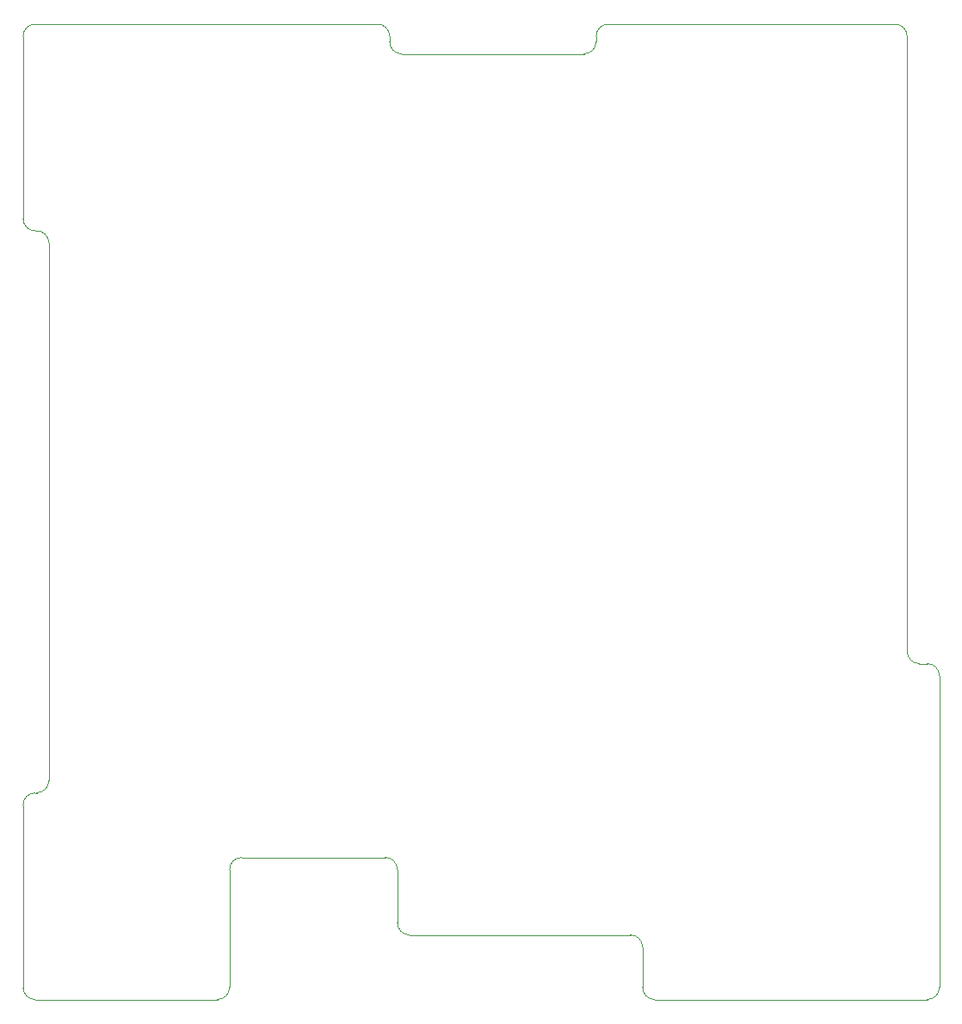
<source format=gbr>
%TF.GenerationSoftware,Altium Limited,Altium Designer,24.0.1 (36)*%
G04 Layer_Color=0*
%FSLAX45Y45*%
%MOMM*%
%TF.SameCoordinates,BC388B4F-315D-4572-B472-8F8CFEE0C7CC*%
%TF.FilePolarity,Positive*%
%TF.FileFunction,Profile,NP*%
%TF.Part,Single*%
G01*
G75*
%TA.AperFunction,Profile*%
%ADD87C,0.02540*%
D87*
X119348Y235D02*
G03*
X119583Y0I235J0D01*
G01*
X1912620D01*
D02*
G03*
X2032000Y119380I0J119380D01*
G01*
Y1277620D01*
D02*
G02*
X2151380Y1397000I119380J0D01*
G01*
X3563620D01*
D02*
G02*
X3683000Y1277620I0J-119380D01*
G01*
Y754380D01*
D02*
G03*
X3802380Y635000I119380J0D01*
G01*
X5976620D01*
D02*
G02*
X6096000Y515620I0J-119380D01*
G01*
Y119380D01*
D02*
G03*
X6215380Y0I119380J0D01*
G01*
X8897620D01*
D02*
G03*
X9017000Y119380I0J119380D01*
G01*
Y3182620D01*
D02*
G03*
X8896850Y3301997I-119380J0D01*
G01*
X8818880Y3302000D01*
D02*
G02*
X8699500Y3421380I0J119380D01*
G01*
Y9469120D01*
D02*
G03*
X8580120Y9588500I-119380J0D01*
G01*
X5758180D01*
D02*
G03*
X5638800Y9469120I0J-119380D01*
G01*
Y9415780D01*
D02*
G02*
X5519420Y9296400I-119380J0D01*
G01*
X3726180D01*
D02*
G02*
X3606800Y9415780I0J119380D01*
G01*
Y9469120D01*
D02*
G03*
X3487420Y9588500I-119380J0D01*
G01*
X119380D01*
D02*
G03*
X0Y9469120I0J-119380D01*
G01*
Y7675880D01*
D02*
G03*
X119380Y7556500I119380J0D01*
G01*
X134620D01*
D02*
G02*
X254000Y7437120I0J-119380D01*
G01*
Y2151380D01*
D02*
G02*
X134620Y2032000I-119380J0D01*
G01*
X119380D01*
D02*
G03*
X0Y1912620I0J-119380D01*
G01*
Y116840D01*
D02*
G03*
X119348Y235I119347J2775D01*
G01*
%TF.MD5,6fadf7a8292babf7a22e50268c482264*%
M02*

</source>
